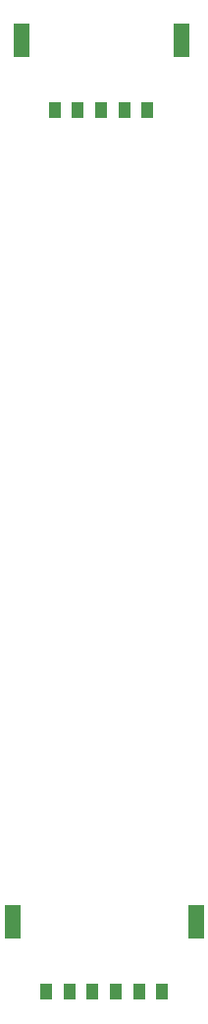
<source format=gbr>
%TF.GenerationSoftware,KiCad,Pcbnew,7.0.2-0*%
%TF.CreationDate,2024-05-08T20:31:55-07:00*%
%TF.ProjectId,new_X_Y_Panels,6e65775f-585f-4595-9f50-616e656c732e,1b*%
%TF.SameCoordinates,Original*%
%TF.FileFunction,Paste,Bot*%
%TF.FilePolarity,Positive*%
%FSLAX46Y46*%
G04 Gerber Fmt 4.6, Leading zero omitted, Abs format (unit mm)*
G04 Created by KiCad (PCBNEW 7.0.2-0) date 2024-05-08 20:31:55*
%MOMM*%
%LPD*%
G01*
G04 APERTURE LIST*
%ADD10R,1.100000X1.450000*%
%ADD11R,1.350000X2.900000*%
G04 APERTURE END LIST*
D10*
%TO.C,J3*%
X65535000Y-90765000D03*
X67535000Y-90765000D03*
X69535000Y-90765000D03*
X71535000Y-90765000D03*
X73535000Y-90765000D03*
D11*
X62640000Y-84790000D03*
X76430000Y-84790000D03*
%TD*%
D10*
%TO.C,J1*%
X64805000Y-166685000D03*
X66805000Y-166685000D03*
X68805000Y-166685000D03*
X70805000Y-166685000D03*
X72805000Y-166685000D03*
X74805000Y-166685000D03*
D11*
X61910000Y-160710000D03*
X77700000Y-160710000D03*
%TD*%
M02*

</source>
